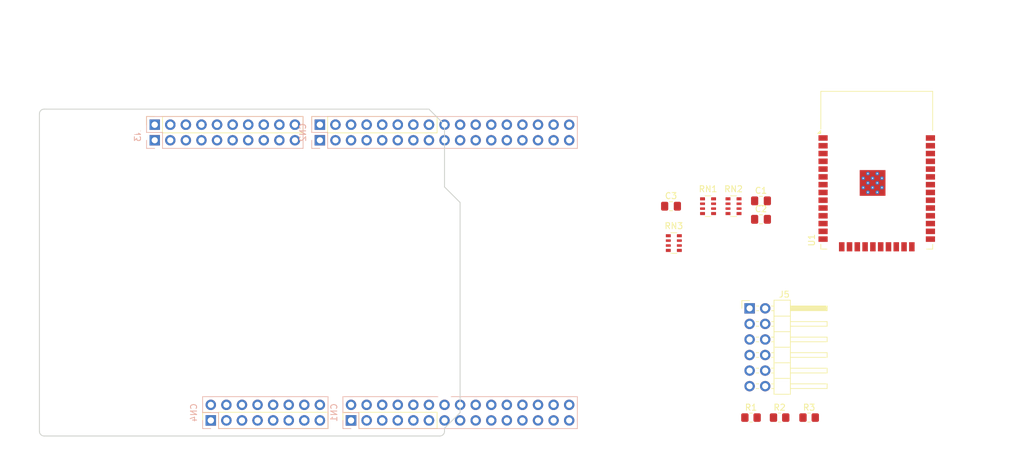
<source format=kicad_pcb>
(kicad_pcb (version 20241229) (generator "pcbnew") (generator_version "9.0")
  (title_block (date "mar. 31 mars 2015"))
  (layers (0 "F.Cu" signal) (2 "B.Cu" signal) (13 "F.Paste" user) (15 "B.Paste" user) (5 "F.SilkS" user "F.Silkscreen") (7 "B.SilkS" user "B.Silkscreen") (1 "F.Mask" user) (3 "B.Mask" user) (25 "Edge.Cuts" user))
  (net 0 "")
  (net 1 "GND")
  (net 3 "+5V")
  (net 4 "/D11")
  (net 5 "/A0")
  (net 6 "/A1")
  (net 7 "/A2")
  (net 8 "/A3")
  (net 9 "/SCL")
  (net 10 "/D12")
  (net 11 "/D13")
  (net 12 "/D10")
  (net 13 "/AREF")
  (net 14 "/SDA")
  (net 15 "/D8")
  (net 16 "/D9")
  (net 17 "/A5")
  (net 18 "/A4")
  (net 19 "/D2")
  (net 20 "/TX{slash}D1")
  (net 21 "/D7")
  (net 22 "/D3")
  (net 23 "/RX{slash}D0")
  (net 24 "/D6")
  (net 25 "/D4")
  (net 26 "+3V3")
  (net 27 "VCC")
  (net 28 "/~{RESET}")
  (net 29 "/D5")
  (net 30 "/CTS{slash}SCK")
  (net 31 "/RTS{slash}SS")
  (net 33 "/TXD")
  (net 34 "/TXD{slash}MISO")
  (net 36 "/RXD{slash}MOSI")
  (net 37 "/RXD")
  (net 38 "/MOSI")
  (net 39 "/MISO")
  (net 40 "/SCK")
  (net 41 "/SS")
  (net 46 "/SELECT")
  (net 48 "/EN")
  (net 50 "/RTS")
  (net 54 "/INT")
  (net 56 "/IO0")
  (net 59 "/TXD0")
  (net 61 "/RXD0")
  (net 64 "/CTS")
  (net 66 "/LD0")
  (net 68 "/GPIO")
  (net 70 "/SD_DAT2")
  (net 71 "/SD_DAT3")
  (net 72 "/SD_DAT1")
  (net 73 "/SD_DAT0")
  (footprint "Connector_PinSocket_2.54mm:PinSocket_1x08_P2.54mm_Vertical" (layer "F.Cu") (at 127.94 97.46 90)
    (property "Reference" "J1" (hide yes))
    (property "Value" "Power")
    (fp_line (start 1.33 -1.33) (end 1.33 0) (stroke (width 0.12)) (layer "F.SilkS"))
    (fp_line (start 0 -1.33) (end 1.33 -1.33) (stroke (width 0.12)) (layer "F.SilkS"))
    (fp_line (start 1.33 1.27) (end 1.33 19.11) (stroke (width 0.12)) (layer "F.SilkS"))
    (fp_line (start -1.33 1.27) (end 1.33 1.27) (stroke (width 0.12)) (layer "F.SilkS"))
    (fp_line (start -1.33 1.27) (end -1.33 19.11) (stroke (width 0.12)) (layer "F.SilkS"))
    (fp_line (start -1.33 19.11) (end 1.33 19.11) (stroke (width 0.12)) (layer "F.SilkS"))
    (pad "1" thru_hole rect (at 0 0 90) (size 1.7 1.7) (drill 1) (layers "*.Cu" "*.Mask"))
    (pad "2" thru_hole oval (at 0 2.54 90) (size 1.7 1.7) (drill 1) (layers "*.Cu" "*.Mask") (net 26 "+3V3"))
    (pad "3" thru_hole oval (at 0 5.08 90) (size 1.7 1.7) (drill 1) (layers "*.Cu" "*.Mask") (net 28 "/~{RESET}"))
    (pad "4" thru_hole oval (at 0 7.62 90) (size 1.7 1.7) (drill 1) (layers "*.Cu" "*.Mask") (net 26 "+3V3"))
    (pad "5" thru_hole oval (at 0 10.16 90) (size 1.7 1.7) (drill 1) (layers "*.Cu" "*.Mask") (net 3 "+5V"))
    (pad "6" thru_hole oval (at 0 12.7 90) (size 1.7 1.7) (drill 1) (layers "*.Cu" "*.Mask") (net 1 "GND"))
    (pad "7" thru_hole oval (at 0 15.24 90) (size 1.7 1.7) (drill 1) (layers "*.Cu" "*.Mask") (net 1 "GND"))
    (pad "8" thru_hole oval (at 0 17.78 90) (size 1.7 1.7) (drill 1) (layers "*.Cu" "*.Mask") (net 27 "VCC"))
  )
  (footprint "Connector_PinSocket_2.54mm:PinSocket_1x06_P2.54mm_Vertical" (layer "F.Cu") (at 150.8 97.46 90)
    (property "Reference" "J3" (hide yes))
    (property "Value" "Analog")
    (fp_line (start 1.33 -1.33) (end 1.33 0) (stroke (width 0.12)) (layer "F.SilkS"))
    (fp_line (start 0 -1.33) (end 1.33 -1.33) (stroke (width 0.12)) (layer "F.SilkS"))
    (fp_line (start 1.33 1.27) (end 1.33 14.03) (stroke (width 0.12)) (layer "F.SilkS"))
    (fp_line (start -1.33 1.27) (end 1.33 1.27) (stroke (width 0.12)) (layer "F.SilkS"))
    (fp_line (start -1.33 1.27) (end -1.33 14.03) (stroke (width 0.12)) (layer "F.SilkS"))
    (fp_line (start -1.33 14.03) (end 1.33 14.03) (stroke (width 0.12)) (layer "F.SilkS"))
    (pad "1" thru_hole rect (at 0 0 90) (size 1.7 1.7) (drill 1) (layers "*.Cu" "*.Mask") (net 5 "/A0"))
    (pad "2" thru_hole oval (at 0 2.54 90) (size 1.7 1.7) (drill 1) (layers "*.Cu" "*.Mask") (net 6 "/A1"))
    (pad "3" thru_hole oval (at 0 5.08 90) (size 1.7 1.7) (drill 1) (layers "*.Cu" "*.Mask") (net 7 "/A2"))
    (pad "4" thru_hole oval (at 0 7.62 90) (size 1.7 1.7) (drill 1) (layers "*.Cu" "*.Mask") (net 8 "/A3"))
    (pad "5" thru_hole oval (at 0 10.16 90) (size 1.7 1.7) (drill 1) (layers "*.Cu" "*.Mask") (net 18 "/A4"))
    (pad "6" thru_hole oval (at 0 12.7 90) (size 1.7 1.7) (drill 1) (layers "*.Cu" "*.Mask") (net 17 "/A5"))
  )
  (footprint "Connector_PinSocket_2.54mm:PinSocket_1x10_P2.54mm_Vertical" (layer "F.Cu") (at 118.796 49.2 90)
    (property "Reference" "J2" (hide yes))
    (property "Value" "Digital/PWM")
    (fp_line (start 1.33 -1.33) (end 1.33 0) (stroke (width 0.12)) (layer "F.SilkS"))
    (fp_line (start 0 -1.33) (end 1.33 -1.33) (stroke (width 0.12)) (layer "F.SilkS"))
    (fp_line (start 1.33 1.27) (end 1.33 24.19) (stroke (width 0.12)) (layer "F.SilkS"))
    (fp_line (start -1.33 1.27) (end 1.33 1.27) (stroke (width 0.12)) (layer "F.SilkS"))
    (fp_line (start -1.33 1.27) (end -1.33 24.19) (stroke (width 0.12)) (layer "F.SilkS"))
    (fp_line (start -1.33 24.19) (end 1.33 24.19) (stroke (width 0.12)) (layer "F.SilkS"))
    (pad "1" thru_hole rect (at 0 0 90) (size 1.7 1.7) (drill 1) (layers "*.Cu" "*.Mask") (net 9 "/SCL"))
    (pad "2" thru_hole oval (at 0 2.54 90) (size 1.7 1.7) (drill 1) (layers "*.Cu" "*.Mask") (net 14 "/SDA"))
    (pad "3" thru_hole oval (at 0 5.08 90) (size 1.7 1.7) (drill 1) (layers "*.Cu" "*.Mask") (net 13 "/AREF"))
    (pad "4" thru_hole oval (at 0 7.62 90) (size 1.7 1.7) (drill 1) (layers "*.Cu" "*.Mask") (net 1 "GND"))
    (pad "5" thru_hole oval (at 0 10.16 90) (size 1.7 1.7) (drill 1) (layers "*.Cu" "*.Mask") (net 11 "/D13"))
    (pad "6" thru_hole oval (at 0 12.7 90) (size 1.7 1.7) (drill 1) (layers "*.Cu" "*.Mask") (net 10 "/D12"))
    (pad "7" thru_hole oval (at 0 15.24 90) (size 1.7 1.7) (drill 1) (layers "*.Cu" "*.Mask") (net 4 "/D11"))
    (pad "8" thru_hole oval (at 0 17.78 90) (size 1.7 1.7) (drill 1) (layers "*.Cu" "*.Mask") (net 12 "/D10"))
    (pad "9" thru_hole oval (at 0 20.32 90) (size 1.7 1.7) (drill 1) (layers "*.Cu" "*.Mask") (net 16 "/D9"))
    (pad "10" thru_hole oval (at 0 22.86 90) (size 1.7 1.7) (drill 1) (layers "*.Cu" "*.Mask") (net 15 "/D8"))
  )
  (footprint "Connector_PinSocket_2.54mm:PinSocket_1x08_P2.54mm_Vertical" (layer "F.Cu") (at 145.72 49.2 90)
    (property "Reference" "J4" (hide yes))
    (property "Value" "Digital/PWM")
    (fp_line (start 1.33 -1.33) (end 1.33 0) (stroke (width 0.12)) (layer "F.SilkS"))
    (fp_line (start 0 -1.33) (end 1.33 -1.33) (stroke (width 0.12)) (layer "F.SilkS"))
    (fp_line (start 1.33 1.27) (end 1.33 19.11) (stroke (width 0.12)) (layer "F.SilkS"))
    (fp_line (start -1.33 1.27) (end 1.33 1.27) (stroke (width 0.12)) (layer "F.SilkS"))
    (fp_line (start -1.33 1.27) (end -1.33 19.11) (stroke (width 0.12)) (layer "F.SilkS"))
    (fp_line (start -1.33 19.11) (end 1.33 19.11) (stroke (width 0.12)) (layer "F.SilkS"))
    (pad "1" thru_hole rect (at 0 0 90) (size 1.7 1.7) (drill 1) (layers "*.Cu" "*.Mask") (net 21 "/D7"))
    (pad "2" thru_hole oval (at 0 2.54 90) (size 1.7 1.7) (drill 1) (layers "*.Cu" "*.Mask") (net 24 "/D6"))
    (pad "3" thru_hole oval (at 0 5.08 90) (size 1.7 1.7) (drill 1) (layers "*.Cu" "*.Mask") (net 29 "/D5"))
    (pad "4" thru_hole oval (at 0 7.62 90) (size 1.7 1.7) (drill 1) (layers "*.Cu" "*.Mask") (net 25 "/D4"))
    (pad "5" thru_hole oval (at 0 10.16 90) (size 1.7 1.7) (drill 1) (layers "*.Cu" "*.Mask") (net 22 "/D3"))
    (pad "6" thru_hole oval (at 0 12.7 90) (size 1.7 1.7) (drill 1) (layers "*.Cu" "*.Mask") (net 19 "/D2"))
    (pad "7" thru_hole oval (at 0 15.24 90) (size 1.7 1.7) (drill 1) (layers "*.Cu" "*.Mask") (net 20 "/TX{slash}D1"))
    (pad "8" thru_hole oval (at 0 17.78 90) (size 1.7 1.7) (drill 1) (layers "*.Cu" "*.Mask") (net 23 "/RX{slash}D0"))
  )
  (footprint "Resistor_SMD:R_0805_2012Metric_Pad1.20x1.40mm_HandSolder" (layer "F.Cu") (at 225.475 97)
    (property "Reference" "R3" (at 0 -1.65 0) (layer "F.SilkS"))
    (property "Value" "1k")
    (fp_line (start -0.227064 -0.735) (end 0.227064 -0.735) (stroke (width 0.12)) (layer "F.SilkS"))
    (fp_line (start -0.227064 0.735) (end 0.227064 0.735) (stroke (width 0.12)) (layer "F.SilkS"))
    (pad "1" smd roundrect (at -1 0) (size 1.2 1.4) (layers "F.Cu" "F.Mask" "F.Paste") (roundrect_rratio 0.208333) (net 56 "/IO0"))
    (pad "2" smd roundrect (at 1 0) (size 1.2 1.4) (layers "F.Cu" "F.Mask" "F.Paste") (roundrect_rratio 0.208333) (net 1 "GND"))
  )
  (footprint "Resistor_SMD:R_0805_2012Metric_Pad1.20x1.40mm_HandSolder" (layer "F.Cu") (at 216 97)
    (property "Reference" "R1" (at 0 -1.65 0) (layer "F.SilkS"))
    (property "Value" "10k")
    (fp_line (start -0.227064 -0.735) (end 0.227064 -0.735) (stroke (width 0.12)) (layer "F.SilkS"))
    (fp_line (start -0.227064 0.735) (end 0.227064 0.735) (stroke (width 0.12)) (layer "F.SilkS"))
    (pad "1" smd roundrect (at -1 0) (size 1.2 1.4) (layers "F.Cu" "F.Mask" "F.Paste") (roundrect_rratio 0.208333) (net 26 "+3V3"))
    (pad "2" smd roundrect (at 1 0) (size 1.2 1.4) (layers "F.Cu" "F.Mask" "F.Paste") (roundrect_rratio 0.208333) (net 48 "/EN"))
  )
  (footprint "RF_Module:ESP32-WROOM-32" (layer "F.Cu") (at 236.5 59.615)
    (property "Reference" "U1" (at -10.61 8.43 90) (layer "F.SilkS"))
    (property "Value" "ESP32-WROOM-32")
    (fp_line (start -9.12 -15.86) (end -9.12 -9.7) (stroke (width 0.12)) (layer "F.SilkS"))
    (fp_line (start -9.12 -15.86) (end 9.12 -15.86) (stroke (width 0.12)) (layer "F.SilkS"))
    (fp_line (start -9.12 9.1) (end -9.12 9.88) (stroke (width 0.12)) (layer "F.SilkS"))
    (fp_line (start -9.12 9.88) (end -8.12 9.88) (stroke (width 0.12)) (layer "F.SilkS"))
    (fp_line (start 9.12 -15.86) (end 9.12 -9.445) (stroke (width 0.12)) (layer "F.SilkS"))
    (fp_line (start 9.12 9.1) (end 9.12 9.88) (stroke (width 0.12)) (layer "F.SilkS"))
    (fp_line (start 9.12 9.88) (end 8.12 9.88) (stroke (width 0.12)) (layer "F.SilkS"))
    (fp_poly (pts (xy -9.125 -8.975) (xy -9.625 -8.975) (xy -9.125 -9.475) (xy -9.125 -8.975)) (stroke (width 0.12)) (fill yes) (layer "F.SilkS"))
    (pad "1" smd rect (at -8.75 -8.25) (size 1.5 0.9) (layers "F.Cu" "F.Mask" "F.Paste") (net 1 "GND"))
    (pad "2" smd rect (at -8.75 -6.98) (size 1.5 0.9) (layers "F.Cu" "F.Mask" "F.Paste") (net 26 "+3V3"))
    (pad "3" smd rect (at -8.75 -5.71) (size 1.5 0.9) (layers "F.Cu" "F.Mask" "F.Paste") (net 48 "/EN"))
    (pad "4" smd rect (at -8.75 -4.44) (size 1.5 0.9) (layers "F.Cu" "F.Mask" "F.Paste"))
    (pad "5" smd rect (at -8.75 -3.17) (size 1.5 0.9) (layers "F.Cu" "F.Mask" "F.Paste"))
    (pad "6" smd rect (at -8.75 -1.9) (size 1.5 0.9) (layers "F.Cu" "F.Mask" "F.Paste"))
    (pad "7" smd rect (at -8.75 -0.63) (size 1.5 0.9) (layers "F.Cu" "F.Mask" "F.Paste"))
    (pad "8" smd rect (at -8.75 0.64) (size 1.5 0.9) (layers "F.Cu" "F.Mask" "F.Paste") (net 68 "/GPIO"))
    (pad "9" smd rect (at -8.75 1.91) (size 1.5 0.9) (layers "F.Cu" "F.Mask" "F.Paste"))
    (pad "10" smd rect (at -8.75 3.18) (size 1.5 0.9) (layers "F.Cu" "F.Mask" "F.Paste"))
    (pad "11" smd rect (at -8.75 4.45) (size 1.5 0.9) (layers "F.Cu" "F.Mask" "F.Paste") (net 46 "/SELECT"))
    (pad "12" smd rect (at -8.75 5.72) (size 1.5 0.9) (layers "F.Cu" "F.Mask" "F.Paste"))
    (pad "13" smd rect (at -8.75 6.99) (size 1.5 0.9) (layers "F.Cu" "F.Mask" "F.Paste") (net 50 "/RTS"))
    (pad "14" smd rect (at -8.75 8.26) (size 1.5 0.9) (layers "F.Cu" "F.Mask" "F.Paste") (net 66 "/LD0"))
    (pad "15" smd rect (at -5.71 9.51 90) (size 1.5 0.9) (layers "F.Cu" "F.Mask" "F.Paste") (net 1 "GND"))
    (pad "16" smd rect (at -4.44 9.51 90) (size 1.5 0.9) (layers "F.Cu" "F.Mask" "F.Paste"))
    (pad "17" smd rect (at -3.17 9.51 90) (size 1.5 0.9) (layers "F.Cu" "F.Mask" "F.Paste"))
    (pad "18" smd rect (at -1.9 9.51 90) (size 1.5 0.9) (layers "F.Cu" "F.Mask" "F.Paste"))
    (pad "19" smd rect (at -0.63 9.51 90) (size 1.5 0.9) (layers "F.Cu" "F.Mask" "F.Paste"))
    (pad "20" smd rect (at 0.64 9.51 90) (size 1.5 0.9) (layers "F.Cu" "F.Mask" "F.Paste"))
    (pad "21" smd rect (at 1.91 9.51 90) (size 1.5 0.9) (layers "F.Cu" "F.Mask" "F.Paste"))
    (pad "22" smd rect (at 3.18 9.51 90) (size 1.5 0.9) (layers "F.Cu" "F.Mask" "F.Paste"))
    (pad "23" smd rect (at 4.45 9.51 90) (size 1.5 0.9) (layers "F.Cu" "F.Mask" "F.Paste") (net 64 "/CTS"))
    (pad "24" smd rect (at 5.72 9.51 90) (size 1.5 0.9) (layers "F.Cu" "F.Mask" "F.Paste") (net 54 "/INT"))
    (pad "25" smd rect (at 8.75 8.26) (size 1.5 0.9) (layers "F.Cu" "F.Mask" "F.Paste") (net 56 "/IO0"))
    (pad "26" smd rect (at 8.75 6.99) (size 1.5 0.9) (layers "F.Cu" "F.Mask" "F.Paste"))
    (pad "27" smd rect (at 8.75 5.72) (size 1.5 0.9) (layers "F.Cu" "F.Mask" "F.Paste") (net 37 "/RXD"))
    (pad "28" smd rect (at 8.75 4.45) (size 1.5 0.9) (layers "F.Cu" "F.Mask" "F.Paste") (net 33 "/TXD"))
    (pad "29" smd rect (at 8.75 3.18) (size 1.5 0.9) (layers "F.Cu" "F.Mask" "F.Paste") (net 41 "/SS"))
    (pad "30" smd rect (at 8.75 1.91) (size 1.5 0.9) (layers "F.Cu" "F.Mask" "F.Paste") (net 40 "/SCK"))
    (pad "31" smd rect (at 8.75 0.64) (size 1.5 0.9) (layers "F.Cu" "F.Mask" "F.Paste") (net 39 "/MISO"))
    (pad "32" smd rect (at 8.75 -0.63) (size 1.5 0.9) (layers "F.Cu" "F.Mask" "F.Paste"))
    (pad "33" smd rect (at 8.75 -1.9) (size 1.5 0.9) (layers "F.Cu" "F.Mask" "F.Paste"))
    (pad "34" smd rect (at 8.75 -3.17) (size 1.5 0.9) (layers "F.Cu" "F.Mask" "F.Paste") (net 61 "/RXD0"))
    (pad "35" smd rect (at 8.75 -4.44) (size 1.5 0.9) (layers "F.Cu" "F.Mask" "F.Paste") (net 59 "/TXD0"))
    (pad "36" smd rect (at 8.75 -5.71) (size 1.5 0.9) (layers "F.Cu" "F.Mask" "F.Paste"))
    (pad "37" smd rect (at 8.75 -6.98) (size 1.5 0.9) (layers "F.Cu" "F.Mask" "F.Paste") (net 38 "/MOSI"))
    (pad "38" smd rect (at 8.75 -8.25) (size 1.5 0.9) (layers "F.Cu" "F.Mask" "F.Paste") (net 1 "GND"))
    (pad "39" smd rect (at -2.205 -2.435) (size 1.05 1.05) (layers "F.Cu" "F.Paste") (net 1 "GND"))
    (pad "39" thru_hole circle (at -2.205 -1.6725) (size 0.6 0.6) (drill 0.2) (property pad_prop_heatsink) (layers "*.Cu" "F.Mask") (net 1 "GND"))
    (pad "39" smd rect (at -2.205 -0.91) (size 1.05 1.05) (layers "F.Cu" "F.Paste") (net 1 "GND"))
    (pad "39" thru_hole circle (at -2.205 -0.1475) (size 0.6 0.6) (drill 0.2) (property pad_prop_heatsink) (layers "*.Cu" "F.Mask") (net 1 "GND"))
    (pad "39" smd rect (at -2.205 0.615) (size 1.05 1.05) (layers "F.Cu" "F.Paste") (net 1 "GND"))
    (pad "39" thru_hole circle (at -1.4425 -2.435) (size 0.6 0.6) (drill 0.2) (property pad_prop_heatsink) (layers "*.Cu" "F.Mask") (net 1 "GND"))
    (pad "39" thru_hole circle (at -1.4425 -0.91) (size 0.6 0.6) (drill 0.2) (property pad_prop_heatsink) (layers "*.Cu" "F.Mask") (net 1 "GND"))
    (pad "39" thru_hole circle (at -1.4425 0.615) (size 0.6 0.6) (drill 0.2) (property pad_prop_heatsink) (layers "*.Cu" "F.Mask") (net 1 "GND"))
    (pad "39" smd rect (at -0.68 -2.435) (size 1.05 1.05) (layers "F.Cu" "F.Paste") (net 1 "GND"))
    (pad "39" thru_hole circle (at -0.68 -1.6725) (size 0.6 0.6) (drill 0.2) (property pad_prop_heatsink) (layers "*.Cu" "F.Mask") (net 1 "GND"))
    (pad "39" smd rect (at -0.68 -0.91) (size 1.05 1.05) (layers "F.Cu" "F.Paste") (net 1 "GND"))
    (pad "39" smd rect (at -0.68 -0.91) (size 4.2 4.2) (property pad_prop_heatsink) (layers "F.Cu" "F.Mask") (net 1 "GND"))
    (pad "39" thru_hole circle (at -0.68 -0.1475) (size 0.6 0.6) (drill 0.2) (property pad_prop_heatsink) (layers "*.Cu" "F.Mask") (net 1 "GND"))
    (pad "39" smd rect (at -0.68 0.615) (size 1.05 1.05) (layers "F.Cu" "F.Paste") (net 1 "GND"))
    (pad "39" thru_hole circle (at 0.0825 -2.435) (size 0.6 0.6) (drill 0.2) (property pad_prop_heatsink) (layers "*.Cu" "F.Mask") (net 1 "GND"))
    (pad "39" thru_hole circle (at 0.0825 -0.91) (size 0.6 0.6) (drill 0.2) (property pad_prop_heatsink) (layers "*.Cu" "F.Mask") (net 1 "GND"))
    (pad "39" thru_hole circle (at 0.0825 0.615) (size 0.6 0.6) (drill 0.2) (property pad_prop_heatsink) (layers "*.Cu" "F.Mask") (net 1 "GND"))
    (pad "39" smd rect (at 0.845 -2.435) (size 1.05 1.05) (layers "F.Cu" "F.Paste") (net 1 "GND"))
    (pad "39" thru_hole circle (at 0.845 -1.6725) (size 0.6 0.6) (drill 0.2) (property pad_prop_heatsink) (layers "*.Cu" "F.Mask") (net 1 "GND"))
    (pad "39" smd rect (at 0.845 -0.91) (size 1.05 1.05) (layers "F.Cu" "F.Paste") (net 1 "GND"))
    (pad "39" thru_hole circle (at 0.845 -0.1475) (size 0.6 0.6) (drill 0.2) (property pad_prop_heatsink) (layers "*.Cu" "F.Mask") (net 1 "GND"))
    (pad "39" smd rect (at 0.845 0.615) (size 1.05 1.05) (layers "F.Cu" "F.Paste") (net 1 "GND"))
  )
  (footprint "Capacitor_SMD:C_0805_2012Metric_Pad1.18x1.45mm_HandSolder" (layer "F.Cu") (at 202.9625 62.5)
    (property "Reference" "C3" (at 0 -1.68 0) (layer "F.SilkS"))
    (property "Value" "100n")
    (fp_line (start -0.261252 -0.735) (end 0.261252 -0.735) (stroke (width 0.12)) (layer "F.SilkS"))
    (fp_line (start -0.261252 0.735) (end 0.261252 0.735) (stroke (width 0.12)) (layer "F.SilkS"))
    (pad "1" smd roundrect (at -1.0375 0) (size 1.175 1.45) (layers "F.Cu" "F.Mask" "F.Paste") (roundrect_rratio 0.212766) (net 26 "+3V3"))
    (pad "2" smd roundrect (at 1.0375 0) (size 1.175 1.45) (layers "F.Cu" "F.Mask" "F.Paste") (roundrect_rratio 0.212766) (net 1 "GND"))
  )
  (footprint "Resistor_SMD:R_0805_2012Metric_Pad1.20x1.40mm_HandSolder" (layer "F.Cu") (at 220.665 97)
    (property "Reference" "R2" (at 0 -1.65 0) (layer "F.SilkS"))
    (property "Value" "20k")
    (fp_line (start -0.227064 -0.735) (end 0.227064 -0.735) (stroke (width 0.12)) (layer "F.SilkS"))
    (fp_line (start -0.227064 0.735) (end 0.227064 0.735) (stroke (width 0.12)) (layer "F.SilkS"))
    (pad "1" smd roundrect (at -1 0) (size 1.2 1.4) (layers "F.Cu" "F.Mask" "F.Paste") (roundrect_rratio 0.208333) (net 26 "+3V3"))
    (pad "2" smd roundrect (at 1 0) (size 1.2 1.4) (layers "F.Cu" "F.Mask" "F.Paste") (roundrect_rratio 0.208333) (net 56 "/IO0"))
  )
  (footprint "Resistor_SMD:R_Array_Convex_4x0603" (layer "F.Cu") (at 209 62.5)
    (property "Reference" "RN1" (at 0 -2.8 0) (layer "F.SilkS"))
    (property "Value" "np_0R")
    (fp_line (start 0.5 -1.68) (end -0.5 -1.68) (stroke (width 0.12)) (layer "F.SilkS"))
    (fp_line (start 0.5 1.68) (end -0.5 1.68) (stroke (width 0.12)) (layer "F.SilkS"))
    (pad "1" smd rect (at -0.9 -1.2) (size 0.8 0.5) (layers "F.Cu" "F.Mask" "F.Paste") (net 30 "/CTS{slash}SCK"))
    (pad "2" smd rect (at -0.9 -0.4) (size 0.8 0.4) (layers "F.Cu" "F.Mask" "F.Paste") (net 34 "/TXD{slash}MISO"))
    (pad "3" smd rect (at -0.9 0.4) (size 0.8 0.4) (layers "F.Cu" "F.Mask" "F.Paste") (net 36 "/RXD{slash}MOSI"))
    (pad "4" smd rect (at -0.9 1.2) (size 0.8 0.5) (layers "F.Cu" "F.Mask" "F.Paste") (net 31 "/RTS{slash}SS"))
    (pad "5" smd rect (at 0.9 1.2) (size 0.8 0.5) (layers "F.Cu" "F.Mask" "F.Paste"))
    (pad "6" smd rect (at 0.9 0.4) (size 0.8 0.4) (layers "F.Cu" "F.Mask" "F.Paste") (net 37 "/RXD"))
    (pad "7" smd rect (at 0.9 -0.4) (size 0.8 0.4) (layers "F.Cu" "F.Mask" "F.Paste") (net 33 "/TXD"))
    (pad "8" smd rect (at 0.9 -1.2) (size 0.8 0.5) (layers "F.Cu" "F.Mask" "F.Paste"))
  )
  (footprint "Resistor_SMD:R_Array_Convex_4x0603" (layer "F.Cu") (at 213.15 62.5)
    (property "Reference" "RN2" (at 0 -2.8 0) (layer "F.SilkS"))
    (property "Value" "0R")
    (fp_line (start 0.5 -1.68) (end -0.5 -1.68) (stroke (width 0.12)) (layer "F.SilkS"))
    (fp_line (start 0.5 1.68) (end -0.5 1.68) (stroke (width 0.12)) (layer "F.SilkS"))
    (pad "1" smd rect (at -0.9 -1.2) (size 0.8 0.5) (layers "F.Cu" "F.Mask" "F.Paste") (net 30 "/CTS{slash}SCK"))
    (pad "2" smd rect (at -0.9 -0.4) (size 0.8 0.4) (layers "F.Cu" "F.Mask" "F.Paste") (net 34 "/TXD{slash}MISO"))
    (pad "3" smd rect (at -0.9 0.4) (size 0.8 0.4) (layers "F.Cu" "F.Mask" "F.Paste") (net 36 "/RXD{slash}MOSI"))
    (pad "4" smd rect (at -0.9 1.2) (size 0.8 0.5) (layers "F.Cu" "F.Mask" "F.Paste") (net 31 "/RTS{slash}SS"))
    (pad "5" smd rect (at 0.9 1.2) (size 0.8 0.5) (layers "F.Cu" "F.Mask" "F.Paste") (net 41 "/SS"))
    (pad "6" smd rect (at 0.9 0.4) (size 0.8 0.4) (layers "F.Cu" "F.Mask" "F.Paste") (net 38 "/MOSI"))
    (pad "7" smd rect (at 0.9 -0.4) (size 0.8 0.4) (layers "F.Cu" "F.Mask" "F.Paste") (net 39 "/MISO"))
    (pad "8" smd rect (at 0.9 -1.2) (size 0.8 0.5) (layers "F.Cu" "F.Mask" "F.Paste") (net 40 "/SCK"))
  )
  (footprint "Arduino_MountingHole:MountingHole_3.2mm" (layer "F.Cu") (at 115.24 49.2)
    (property "Reference" "MH1" (hide yes))
    (property "Value" "MountingHole_3.2mm" (hide yes))
    (pad "" np_thru_hole circle (at 0 0) (size 3.2 3.2) (drill 3.2) (layers "*.Cu" "*.Mask"))
  )
  (footprint "Capacitor_SMD:C_0805_2012Metric_Pad1.18x1.45mm_HandSolder" (layer "F.Cu") (at 217.63 64.64)
    (property "Reference" "C2" (at 0 -1.68 0) (layer "F.SilkS"))
    (property "Value" "10u")
    (fp_line (start -0.261252 -0.735) (end 0.261252 -0.735) (stroke (width 0.12)) (layer "F.SilkS"))
    (fp_line (start -0.261252 0.735) (end 0.261252 0.735) (stroke (width 0.12)) (layer "F.SilkS"))
    (pad "1" smd roundrect (at -1.0375 0) (size 1.175 1.45) (layers "F.Cu" "F.Mask" "F.Paste") (roundrect_rratio 0.212766) (net 26 "+3V3"))
    (pad "2" smd roundrect (at 1.0375 0) (size 1.175 1.45) (layers "F.Cu" "F.Mask" "F.Paste") (roundrect_rratio 0.212766) (net 1 "GND"))
  )
  (footprint "Capacitor_SMD:C_0805_2012Metric_Pad1.18x1.45mm_HandSolder" (layer "F.Cu") (at 217.63 61.63)
    (property "Reference" "C1" (at 0 -1.68 0) (layer "F.SilkS"))
    (property "Value" "100n")
    (fp_line (start -0.261252 -0.735) (end 0.261252 -0.735) (stroke (width 0.12)) (layer "F.SilkS"))
    (fp_line (start -0.261252 0.735) (end 0.261252 0.735) (stroke (width 0.12)) (layer "F.SilkS"))
    (pad "1" smd roundrect (at -1.0375 0) (size 1.175 1.45) (layers "F.Cu" "F.Mask" "F.Paste") (roundrect_rratio 0.212766) (net 26 "+3V3"))
    (pad "2" smd roundrect (at 1.0375 0) (size 1.175 1.45) (layers "F.Cu" "F.Mask" "F.Paste") (roundrect_rratio 0.212766) (net 1 "GND"))
  )
  (footprint "Connector_PinHeader_2.54mm:PinHeader_2x06_P2.54mm_Horizontal" (layer "F.Cu") (at 215.775 79.17)
    (property "Reference" "J5" (at 5.655 -2.27 0) (layer "F.SilkS"))
    (property "Value" "Conn_02x06_Top_Bottom")
    (fp_line (start -1.27 -1.27) (end 0 -1.27) (stroke (width 0.12)) (layer "F.SilkS"))
    (fp_line (start -1.27 0) (end -1.27 -1.27) (stroke (width 0.12)) (layer "F.SilkS"))
    (fp_line (start 1.042929 2.16) (end 1.497071 2.16) (stroke (width 0.12)) (layer "F.SilkS"))
    (fp_line (start 1.042929 2.92) (end 1.497071 2.92) (stroke (width 0.12)) (layer "F.SilkS"))
    (fp_line (start 1.042929 4.7) (end 1.497071 4.7) (stroke (width 0.12)) (layer "F.SilkS"))
    (fp_line (start 1.042929 5.46) (end 1.497071 5.46) (stroke (width 0.12)) (layer "F.SilkS"))
    (fp_line (start 1.042929 7.24) (end 1.497071 7.24) (stroke (width 0.12)) (layer "F.SilkS"))
    (fp_line (start 1.042929 8) (end 1.497071 8) (stroke (width 0.12)) (layer "F.SilkS"))
    (fp_line (start 1.042929 9.78) (end 1.497071 9.78) (stroke (width 0.12)) (layer "F.SilkS"))
    (fp_line (start 1.042929 10.54) (end 1.497071 10.54) (stroke (width 0.12)) (layer "F.SilkS"))
    (fp_line (start 1.042929 12.32) (end 1.497071 12.32) (stroke (width 0.12)) (layer "F.SilkS"))
    (fp_line (start 1.042929 13.08) (end 1.497071 13.08) (stroke (width 0.12)) (layer "F.SilkS"))
    (fp_line (start 1.11 -0.38) (end 1.497071 -0.38) (stroke (width 0.12)) (layer "F.SilkS"))
    (fp_line (start 1.11 0.38) (end 1.497071 0.38) (stroke (width 0.12)) (layer "F.SilkS"))
    (fp_line (start 3.582929 -0.38) (end 3.98 -0.38) (stroke (width 0.12)) (layer "F.SilkS"))
    (fp_line (start 3.582929 0.38) (end 3.98 0.38) (stroke (width 0.12)) (layer "F.SilkS"))
    (fp_line (start 3.582929 2.16) (end 3.98 2.16) (stroke (width 0.12)) (layer "F.SilkS"))
    (fp_line (start 3.582929 2.92) (end 3.98 2.92) (stroke (width 0.12)) (layer "F.SilkS"))
    (fp_line (start 3.582929 4.7) (end 3.98 4.7) (stroke (width 0.12)) (layer "F.SilkS"))
    (fp_line (start 3.582929 5.46) (end 3.98 5.46) (stroke (width 0.12)) (layer "F.SilkS"))
    (fp_line (start 3.582929 7.24) (end 3.98 7.24) (stroke (width 0.12)) (layer "F.SilkS"))
    (fp_line (start 3.582929 8) (end 3.98 8) (stroke (width 0.12)) (layer "F.SilkS"))
    (fp_line (start 3.582929 9.78) (end 3.98 9.78) (stroke (width 0.12)) (layer "F.SilkS"))
    (fp_line (start 3.582929 10.54) (end 3.98 10.54) (stroke (width 0.12)) (layer "F.SilkS"))
    (fp_line (start 3.582929 12.32) (end 3.98 12.32) (stroke (width 0.12)) (layer "F.SilkS"))
    (fp_line (start 3.582929 13.08) (end 3.98 13.08) (stroke (width 0.12)) (layer "F.SilkS"))
    (fp_line (start 3.98 -1.33) (end 3.98 14.03) (stroke (width 0.12)) (layer "F.SilkS"))
    (fp_line (start 3.98 1.27) (end 6.64 1.27) (stroke (width 0.12)) (layer "F.SilkS"))
    (fp_line (start 3.98 3.81) (end 6.64 3.81) (stroke (width 0.12)) (layer "F.SilkS"))
    (fp_line (start 3.98 6.35) (end 6.64 6.35) (stroke (width 0.12)) (layer "F.SilkS"))
    (fp_line (start 3.98 8.89) (end 6.64 8.89) (stroke (width 0.12)) (layer "F.SilkS"))
    (fp_line (start 3.98 11.43) (end 6.64 11.43) (stroke (width 0.12)) (layer "F.SilkS"))
    (fp_line (start 3.98 14.03) (end 6.64 14.03) (stroke (width 0.12)) (layer "F.SilkS"))
    (fp_line (start 6.64 -1.33) (end 3.98 -1.33) (stroke (width 0.12)) (layer "F.SilkS"))
    (fp_line (start 6.64 -0.38) (end 12.64 -0.38) (stroke (width 0.12)) (layer "F.SilkS"))
    (fp_line (start 6.64 -0.32) (end 12.64 -0.32) (stroke (width 0.12)) (layer "F.SilkS"))
    (fp_line (start 6.64 -0.2) (end 12.64 -0.2) (stroke (width 0.12)) (layer "F.SilkS"))
    (fp_line (start 6.64 -0.08) (end 12.64 -0.08) (stroke (width 0.12)) (layer "F.SilkS"))
    (fp_line (start 6.64 0.04) (end 12.64 0.04) (stroke (width 0.12)) (layer "F.SilkS"))
    (fp_line (start 6.64 0.16) (end 12.64 0.16) (stroke (width 0.12)) (layer "F.SilkS"))
    (fp_line (start 6.64 0.28) (end 12.64 0.28) (stroke (width 0.12)) (layer "F.SilkS"))
    (fp_line (start 6.64 2.16) (end 12.64 2.16) (stroke (width 0.12)) (layer "F.SilkS"))
    (fp_line (start 6.64 4.7) (end 12.64 4.7) (stroke (width 0.12)) (layer "F.SilkS"))
    (fp_line (start 6.64 7.24) (end 12.64 7.24) (stroke (width 0.12)) (layer "F.SilkS"))
    (fp_line (start 6.64 9.78) (end 12.64 9.78) (stroke (width 0.12)) (layer "F.SilkS"))
    (fp_line (start 6.64 12.32) (end 12.64 12.32) (stroke (width 0.12)) (layer "F.SilkS"))
    (fp_line (start 6.64 14.03) (end 6.64 -1.33) (stroke (width 0.12)) (layer "F.SilkS"))
    (fp_line (start 12.64 -0.38) (end 12.64 0.38) (stroke (width 0.12)) (layer "F.SilkS"))
    (fp_line (start 12.64 0.38) (end 6.64 0.38) (stroke (width 0.12)) (layer "F.SilkS"))
    (fp_line (start 12.64 2.16) (end 12.64 2.92) (stroke (width 0.12)) (layer "F.SilkS"))
    (fp_line (start 12.64 2.92) (end 6.64 2.92) (stroke (width 0.12)) (layer "F.SilkS"))
    (fp_line (start 12.64 4.7) (end 12.64 5.46) (stroke (width 0.12)) (layer "F.SilkS"))
    (fp_line (start 12.64 5.46) (end 6.64 5.46) (stroke (width 0.12)) (layer "F.SilkS"))
    (fp_line (start 12.64 7.24) (end 12.64 8) (stroke (width 0.12)) (layer "F.SilkS"))
    (fp_line (start 12.64 8) (end 6.64 8) (stroke (width 0.12)) (layer "F.SilkS"))
    (fp_line (start 12.64 9.78) (end 12.64 10.54) (stroke (width 0.12)) (layer "F.SilkS"))
    (fp_line (start 12.64 10.54) (end 6.64 10.54) (stroke (width 0.12)) (layer "F.SilkS"))
    (fp_line (start 12.64 12.32) (end 12.64 13.08) (stroke (width 0.12)) (layer "F.SilkS"))
    (fp_line (start 12.64 13.08) (end 6.64 13.08) (stroke (width 0.12)) (layer "F.SilkS"))
    (pad "1" thru_hole rect (at 0 0) (size 1.7 1.7) (drill 1) (layers "*.Cu" "*.Mask") (net 31 "/RTS{slash}SS"))
    (pad "2" thru_hole oval (at 2.54 0) (size 1.7 1.7) (drill 1) (layers "*.Cu" "*.Mask") (net 36 "/RXD{slash}MOSI"))
    (pad "3" thru_hole oval (at 0 2.54) (size 1.7 1.7) (drill 1) (layers "*.Cu" "*.Mask") (net 34 "/TXD{slash}MISO"))
    (pad "4" thru_hole oval (at 2.54 2.54) (size 1.7 1.7) (drill 1) (layers "*.Cu" "*.Mask") (net 30 "/CTS{slash}SCK"))
    (pad "5" thru_hole oval (at 0 5.08) (size 1.7 1.7) (drill 1) (layers "*.Cu" "*.Mask") (net 1 "GND"))
    (pad "6" thru_hole oval (at 2.54 5.08) (size 1.7 1.7) (drill 1) (layers "*.Cu" "*.Mask") (net 26 "+3V3"))
    (pad "7" thru_hole oval (at 0 7.62) (size 1.7 1.7) (drill 1) (layers "*.Cu" "*.Mask") (net 54 "/INT"))
    (pad "8" thru_hole oval (at 2.54 7.62) (size 1.7 1.7) (drill 1) (layers "*.Cu" "*.Mask") (net 48 "/EN"))
    (pad "9" thru_hole oval (at 0 10.16) (size 1.7 1.7) (drill 1) (layers "*.Cu" "*.Mask") (net 46 "/SELECT"))
    (pad "10" thru_hole oval (at 2.54 10.16) (size 1.7 1.7) (drill 1) (layers "*.Cu" "*.Mask") (net 68 "/GPIO"))
    (pad "11" thru_hole oval (at 0 12.7) (size 1.7 1.7) (drill 1) (layers "*.Cu" "*.Mask") (net 1 "GND"))
    (pad "12" thru_hole oval (at 2.54 12.7) (size 1.7 1.7) (drill 1) (layers "*.Cu" "*.Mask") (net 26 "+3V3"))
  )
  (footprint "Arduino_MountingHole:MountingHole_3.2mm" (layer "F.Cu") (at 113.97 97.46)
    (property "Reference" "MH2" (hide yes))
    (property "Value" "MountingHole_3.2mm" (hide yes))
    (pad "" np_thru_hole circle (at 0 0) (size 3.2 3.2) (drill 3.2) (layers "*.Cu" "*.Mask"))
  )
  (footprint "Arduino_MountingHole:MountingHole_3.2mm" (layer "F.Cu") (at 166.04 64.44)
    (property "Reference" "MH3" (hide yes))
    (property "Value" "MountingHole_3.2mm" (hide yes))
    (pad "" np_thru_hole circle (at 0 0) (size 3.2 3.2) (drill 3.2) (layers "*.Cu" "*.Mask"))
  )
  (footprint "Resistor_SMD:R_Array_Convex_4x0603" (layer "F.Cu") (at 203.42 68.52)
    (property "Reference" "RN3" (at 0 -2.8 0) (layer "F.SilkS"))
    (property "Value" "10k")
    (fp_line (start 0.5 -1.68) (end -0.5 -1.68) (stroke (width 0.12)) (layer "F.SilkS"))
    (fp_line (start 0.5 1.68) (end -0.5 1.68) (stroke (width 0.12)) (layer "F.SilkS"))
    (pad "1" smd rect (at -0.9 -1.2) (size 0.8 0.5) (layers "F.Cu" "F.Mask" "F.Paste") (net 26 "+3V3"))
    (pad "2" smd rect (at -0.9 -0.4) (size 0.8 0.4) (layers "F.Cu" "F.Mask" "F.Paste") (net 26 "+3V3"))
    (pad "3" smd rect (at -0.9 0.4) (size 0.8 0.4) (layers "F.Cu" "F.Mask" "F.Paste") (net 26 "+3V3"))
    (pad "4" smd rect (at -0.9 1.2) (size 0.8 0.5) (layers "F.Cu" "F.Mask" "F.Paste") (net 26 "+3V3"))
    (pad "5" smd rect (at 0.9 1.2) (size 0.8 0.5) (layers "F.Cu" "F.Mask" "F.Paste") (net 73 "/SD_DAT0"))
    (pad "6" smd rect (at 0.9 0.4) (size 0.8 0.4) (layers "F.Cu" "F.Mask" "F.Paste") (net 72 "/SD_DAT1"))
    (pad "7" smd rect (at 0.9 -0.4) (size 0.8 0.4) (layers "F.Cu" "F.Mask" "F.Paste") (net 70 "/SD_DAT2"))
    (pad "8" smd rect (at 0.9 -1.2) (size 0.8 0.5) (layers "F.Cu" "F.Mask" "F.Paste") (net 71 "/SD_DAT3"))
  )
  (footprint "Arduino_MountingHole:MountingHole_3.2mm" (layer "F.Cu") (at 166.04 92.38)
    (property "Reference" "MH4" (hide yes))
    (property "Value" "MountingHole_3.2mm" (hide yes))
    (pad "" np_thru_hole circle (at 0 0) (size 3.2 3.2) (drill 3.2) (layers "*.Cu" "*.Mask"))
  )
  (footprint "Connector_PinSocket_2.54mm:PinSocket_2x17_P2.54mm_Vertical" (layer "B.Cu") (at 145.72 51.74 -90)
    (property "Reference" "CN2" (at -1.27 2.77 90) (layer "B.SilkS") (effects (justify mirror)))
    (property "Value" "~")
    (fp_line (start -3.87 1.33) (end -1.27 1.33) (stroke (width 0.12)) (layer "B.SilkS"))
    (fp_line (start -3.87 1.33) (end -3.87 -41.97) (stroke (width 0.12)) (layer "B.SilkS"))
    (fp_line (start -1.27 1.33) (end -1.27 -1.27) (stroke (width 0.12)) (layer "B.SilkS"))
    (fp_line (start 0 1.33) (end 1.33 1.33) (stroke (width 0.12)) (layer "B.SilkS"))
    (fp_line (start 1.33 1.33) (end 1.33 0) (stroke (width 0.12)) (layer "B.SilkS"))
    (fp_line (start -1.27 -1.27) (end 1.33 -1.27) (stroke (width 0.12)) (layer "B.SilkS"))
    (fp_line (start 1.33 -1.27) (end 1.33 -41.97) (stroke (width 0.12)) (layer "B.SilkS"))
    (fp_line (start -3.87 -41.97) (end 1.33 -41.97) (stroke (width 0.12)) (layer "B.SilkS"))
    (pad "1" thru_hole rect (at 0 0 270) (size 1.7 1.7) (drill 1) (layers "*.Cu" "*.Mask"))
    (pad "2" thru_hole oval (at -2.54 0 270) (size 1.7 1.7) (drill 1) (layers "*.Cu" "*.Mask"))
    (pad "3" thru_hole oval (at 0 -2.54 270) (size 1.7 1.7) (drill 1) (layers "*.Cu" "*.Mask"))
    (pad "4" thru_hole oval (at -2.54 -2.54 270) (size 1.7 1.7) (drill 1) (layers "*.Cu" "*.Mask"))
    (pad "5" thru_hole oval (at 0 -5.08 270) (size 1.7 1.7) (drill 1) (layers "*.Cu" "*.Mask"))
    (pad "6" thru_hole oval (at -2.54 -5.08 270) (size 1.7 1.7) (drill 1) (layers "*.Cu" "*.Mask"))
    (pad "7" thru_hole oval (at 0 -7.62 270) (size 1.7 1.7) (drill 1) (layers "*.Cu" "*.Mask"))
    (pad "8" thru_hole oval (at -2.54 -7.62 270) (size 1.7 1.7) (drill 1) (layers "*.Cu" "*.Mask"))
    (pad "9" thru_hole oval (at 0 -10.16 270) (size 1.7 1.7) (drill 1) (layers "*.Cu" "*.Mask"))
    (pad "10" thru_hole oval (at -2.54 -10.16 270) (size 1.7 1.7) (drill 1) (layers "*.Cu" "*.Mask"))
    (pad "11" thru_hole oval (at 0 -12.7 270) (size 1.7 1.7) (drill 1) (layers "*.Cu" "*.Mask"))
    (pad "12" thru_hole oval (at -2.54 -12.7 270) (size 1.7 1.7) (drill 1) (layers "*.Cu" "*.Mask"))
    (pad "13" thru_hole oval (at 0 -15.24 270) (size 1.7 1.7) (drill 1) (layers "*.Cu" "*.Mask"))
    (pad "14" thru_hole oval (at -2.54 -15.24 270) (size 1.7 1.7) (drill 1) (layers "*.Cu" "*.Mask"))
    (pad "15" thru_hole oval (at 0 -17.78 270) (size 1.7 1.7) (drill 1) (layers "*.Cu" "*.Mask"))
    (pad "16" thru_hole oval (at -2.54 -17.78 270) (size 1.7 1.7) (drill 1) (layers "*.Cu" "*.Mask"))
    (pad "17" thru_hole oval (at 0 -20.32 270) (size 1.7 1.7) (drill 1) (layers "*.Cu" "*.Mask"))
    (pad "18" thru_hole oval (at -2.54 -20.32 270) (size 1.7 1.7) (drill 1) (layers "*.Cu" "*.Mask"))
    (pad "19" thru_hole oval (at 0 -22.86 270) (size 1.7 1.7) (drill 1) (layers "*.Cu" "*.Mask"))
    (pad "20" thru_hole oval (at -2.54 -22.86 270) (size 1.7 1.7) (drill 1) (layers "*.Cu" "*.Mask"))
    (pad "21" thru_hole oval (at 0 -25.4 270) (size 1.7 1.7) (drill 1) (layers "*.Cu" "*.Mask"))
    (pad "22" thru_hole oval (at -2.54 -25.4 270) (size 1.7 1.7) (drill 1) (layers "*.Cu" "*.Mask"))
    (pad "23" thru_hole oval (at 0 -27.94 270) (size 1.7 1.7) (drill 1) (layers "*.Cu" "*.Mask"))
    (pad "24" thru_hole oval (at -2.54 -27.94 270) (size 1.7 1.7) (drill 1) (layers "*.Cu" "*.Mask"))
    (pad "25" thru_hole oval (at 0 -30.48 270) (size 1.7 1.7) (drill 1) (layers "*.Cu" "*.Mask"))
    (pad "26" thru_hole oval (at -2.54 -30.48 270) (size 1.7 1.7) (drill 1) (layers "*.Cu" "*.Mask"))
    (pad "27" thru_hole oval (at 0 -33.02 270) (size 1.7 1.7) (drill 1) (layers "*.Cu" "*.Mask"))
    (pad "28" thru_hole oval (at -2.54 -33.02 270) (size 1.7 1.7) (drill 1) (layers "*.Cu" "*.Mask"))
    (pad "29" thru_hole oval (at 0 -35.56 270) (size 1.7 1.7) (drill 1) (layers "*.Cu" "*.Mask"))
    (pad "30" thru_hole oval (at -2.54 -35.56 270) (size 1.7 1.7) (drill 1) (layers "*.Cu" "*.Mask"))
    (pad "31" thru_hole oval (at 0 -38.1 270) (size 1.7 1.7) (drill 1) (layers "*.Cu" "*.Mask"))
    (pad "32" thru_hole oval (at -2.54 -38.1 270) (size 1.7 1.7) (drill 1) (layers "*.Cu" "*.Mask"))
    (pad "33" thru_hole oval (at 0 -40.64 270) (size 1.7 1.7) (drill 1) (layers "*.Cu" "*.Mask"))
    (pad "34" thru_hole oval (at -2.54 -40.64 270) (size 1.7 1.7) (drill 1) (layers "*.Cu" "*.Mask"))
  )
  (footprint "Connector_PinSocket_2.54mm:PinSocket_2x15_P2.54mm_Vertical" (layer "B.Cu") (at 150.8 97.46 -90)
    (property "Reference" "CN1" (at -1.27 2.77 90) (layer "B.SilkS") (effects (justify mirror)))
    (property "Value" "~")
    (fp_line (start -3.87 1.33) (end -1.27 1.33) (stroke (width 0.12)) (layer "B.SilkS"))
    (fp_line (start -3.87 1.33) (end -3.87 -36.89) (stroke (width 0.12)) (layer "B.SilkS"))
    (fp_line (start -1.27 1.33) (end -1.27 -1.27) (stroke (width 0.12)) (layer "B.SilkS"))
    (fp_line (start 0 1.33) (end 1.33 1.33) (stroke (width 0.12)) (layer "B.SilkS"))
    (fp_line (start 1.33 1.33) (end 1.33 0) (stroke (width 0.12)) (layer "B.SilkS"))
    (fp_line (start -1.27 -1.27) (end 1.33 -1.27) (stroke (width 0.12)) (layer "B.SilkS"))
    (fp_line (start 1.33 -1.27) (end 1.33 -36.89) (stroke (width 0.12)) (layer "B.SilkS"))
    (fp_line (start -3.87 -36.89) (end 1.33 -36.89) (stroke (width 0.12)) (layer "B.SilkS"))
    (pad "1" thru_hole rect (at 0 0 270) (size 1.7 1.7) (drill 1) (layers "*.Cu" "*.Mask"))
    (pad "2" thru_hole oval (at -2.54 0 270) (size 1.7 1.7) (drill 1) (layers "*.Cu" "*.Mask"))
    (pad "3" thru_hole oval (at 0 -2.54 270) (size 1.7 1.7) (drill 1) (layers "*.Cu" "*.Mask"))
    (pad "4" thru_hole oval (at -2.54 -2.54 270) (size 1.7 1.7) (drill 1) (layers "*.Cu" "*.Mask"))
    (pad "5" thru_hole oval (at 0 -5.08 270) (size 1.7 1.7) (drill 1) (layers "*.Cu" "*.Mask"))
    (pad "6" thru_hole oval (at -2.54 -5.08 270) (size 1.7 1.7) (drill 1) (layers "*.Cu" "*.Mask"))
    (pad "7" thru_hole oval (at 0 -7.62 270) (size 1.7 1.7) (drill 1) (layers "*.Cu" "*.Mask"))
    (pad "8" thru_hole oval (at -2.54 -7.62 270) (size 1.7 1.7) (drill 1) (layers "*.Cu" "*.Mask"))
    (pad "9" thru_hole oval (at 0 -10.16 270) (size 1.7 1.7) (drill 1) (layers "*.Cu" "*.Mask"))
    (pad "10" thru_hole oval (at -2.54 -10.16 270) (size 1.7 1.7) (drill 1) (layers "*.Cu" "*.Mask"))
    (pad "11" thru_hole oval (at 0 -12.7 270) (size 1.7 1.7) (drill 1) (layers "*.Cu" "*.Mask"))
    (pad "12" thru_hole oval (at -2.54 -12.7 270) (size 1.7 1.7) (drill 1) (layers "*.Cu" "*.Mask"))
    (pad "13" thru_hole oval (at 0 -15.24 270) (size 1.7 1.7) (drill 1) (layers "*.Cu" "*.Mask"))
    (pad "14" thru_hole oval (at -2.54 -15.24 270) (size 1.7 1.7) (drill 1) (layers "*.Cu" "*.Mask"))
    (pad "15" thru_hole oval (at 0 -17.78 270) (size 1.7 1.7) (drill 1) (layers "*.Cu" "*.Mask"))
    (pad "16" thru_hole oval (at -2.54 -17.78 270) (size 1.7 1.7) (drill 1) (layers "*.Cu" "*.Mask"))
    (pad "17" thru_hole oval (at 0 -20.32 270) (size 1.7 1.7) (drill 1) (layers "*.Cu" "*.Mask"))
    (pad "18" thru_hole oval (at -2.54 -20.32 270) (size 1.7 1.7) (drill 1) (layers "*.Cu" "*.Mask"))
    (pad "19" thru_hole oval (at 0 -22.86 270) (size 1.7 1.7) (drill 1) (layers "*.Cu" "*.Mask"))
    (pad "20" thru_hole oval (at -2.54 -22.86 270) (size 1.7 1.7) (drill 1) (layers "*.Cu" "*.Mask"))
    (pad "21" thru_hole oval (at 0 -25.4 270) (size 1.7 1.7) (drill 1) (layers "*.Cu" "*.Mask"))
    (pad "22" thru_hole oval (at -2.54 -25.4 270) (size 1.7 1.7) (drill 1) (layers "*.Cu" "*.Mask"))
    (pad "23" thru_hole oval (at 0 -27.94 270) (size 1.7 1.7) (drill 1) (layers "*.Cu" "*.Mask"))
    (pad "24" thru_hole oval (at -2.54 -27.94 270) (size 1.7 1.7) (drill 1) (layers "*.Cu" "*.Mask"))
    (pad "25" thru_hole oval (at 0 -30.48 270) (size 1.7 1.7) (drill 1) (layers "*.Cu" "*.Mask"))
    (pad "26" thru_hole oval (at -2.54 -30.48 270) (size 1.7 1.7) (drill 1) (layers "*.Cu" "*.Mask"))
    (pad "27" thru_hole oval (at 0 -33.02 270) (size 1.7 1.7) (drill 1) (layers "*.Cu" "*.Mask"))
    (pad "28" thru_hole oval (at -2.54 -33.02 270) (size 1.7 1.7) (drill 1) (layers "*.Cu" "*.Mask"))
    (pad "29" thru_hole oval (at 0 -35.56 270) (size 1.7 1.7) (drill 1) (layers "*.Cu" "*.Mask"))
    (pad "30" thru_hole oval (at -2.54 -35.56 270) (size 1.7 1.7) (drill 1) (layers "*.Cu" "*.Mask"))
  )
  (footprint "Connector_PinSocket_2.54mm:PinSocket_2x08_P2.54mm_Vertical" (layer "B.Cu") (at 127.94 97.46 -90)
    (property "Reference" "CN4" (at -1.27 2.77 90) (layer "B.SilkS") (effects (justify mirror)))
    (property "Value" "~")
    (fp_line (start -3.87 1.33) (end -1.27 1.33) (stroke (width 0.12)) (layer "B.SilkS"))
    (fp_line (start -3.87 1.33) (end -3.87 -19.11) (stroke (width 0.12)) (layer "B.SilkS"))
    (fp_line (start -1.27 1.33) (end -1.27 -1.27) (stroke (width 0.12)) (layer "B.SilkS"))
    (fp_line (start 0 1.33) (end 1.33 1.33) (stroke (width 0.12)) (layer "B.SilkS"))
    (fp_line (start 1.33 1.33) (end 1.33 0) (stroke (width 0.12)) (layer "B.SilkS"))
    (fp_line (start -1.27 -1.27) (end 1.33 -1.27) (stroke (width 0.12)) (layer "B.SilkS"))
    (fp_line (start 1.33 -1.27) (end 1.33 -19.11) (stroke (width 0.12)) (layer "B.SilkS"))
    (fp_line (start -3.87 -19.11) (end 1.33 -19.11) (stroke (width 0.12)) (layer "B.SilkS"))
    (pad "1" thru_hole rect (at 0 0 270) (size 1.7 1.7) (drill 1) (layers "*.Cu" "*.Mask"))
    (pad "2" thru_hole oval (at -2.54 0 270) (size 1.7 1.7) (drill 1) (layers "*.Cu" "*.Mask"))
    (pad "3" thru_hole oval (at 0 -2.54 270) (size 1.7 1.7) (drill 1) (layers "*.Cu" "*.Mask"))
    (pad "4" thru_hole oval (at -2.54 -2.54 270) (size 1.7 1.7) (drill 1) (layers "*.Cu" "*.Mask"))
    (pad "5" thru_hole oval (at 0 -5.08 270) (size 1.7 1.7) (drill 1) (layers "*.Cu" "*.Mask"))
    (pad "6" thru_hole oval (at -2.54 -5.08 270) (size 1.7 1.7) (drill 1) (layers "*.Cu" "*.Mask"))
    (pad "7" thru_hole oval (at 0 -7.62 270) (size 1.7 1.7) (drill 1) (layers "*.Cu" "*.Mask"))
    (pad "8" thru_hole oval (at -2.54 -7.62 270) (size 1.7 1.7) (drill 1) (layers "*.Cu" "*.Mask"))
    (pad "9" thru_hole oval (at 0 -10.16 270) (size 1.7 1.7) (drill 1) (layers "*.Cu" "*.Mask"))
    (pad "10" thru_hole oval (at -2.54 -10.16 270) (size 1.7 1.7) (drill 1) (layers "*.Cu" "*.Mask"))
    (pad "11" thru_hole oval (at 0 -12.7 270) (size 1.7 1.7) (drill 1) (layers "*.Cu" "*.Mask"))
    (pad "12" thru_hole oval (at -2.54 -12.7 270) (size 1.7 1.7) (drill 1) (layers "*.Cu" "*.Mask"))
    (pad "13" thru_hole oval (at 0 -15.24 270) (size 1.7 1.7) (drill 1) (layers "*.Cu" "*.Mask"))
    (pad "14" thru_hole oval (at -2.54 -15.24 270) (size 1.7 1.7) (drill 1) (layers "*.Cu" "*.Mask"))
    (pad "15" thru_hole oval (at 0 -17.78 270) (size 1.7 1.7) (drill 1) (layers "*.Cu" "*.Mask"))
    (pad "16" thru_hole oval (at -2.54 -17.78 270) (size 1.7 1.7) (drill 1) (layers "*.Cu" "*.Mask"))
  )
  (footprint "Connector_PinSocket_2.54mm:PinSocket_2x10_P2.54mm_Vertical" (layer "B.Cu") (at 118.796 51.74 -90)
    (property "Reference" "CN3" (at -1.27 2.77 90) (layer "B.SilkS") (effects (justify mirror)))
    (property "Value" "~")
    (fp_line (start -3.87 1.33) (end -1.27 1.33) (stroke (width 0.12)) (layer "B.SilkS"))
    (fp_line (start -3.87 1.33) (end -3.87 -24.19) (stroke (width 0.12)) (layer "B.SilkS"))
    (fp_line (start -1.27 1.33) (end -1.27 -1.27) (stroke (width 0.12)) (layer "B.SilkS"))
    (fp_line (start 0 1.33) (end 1.33 1.33) (stroke (width 0.12)) (layer "B.SilkS"))
    (fp_line (start 1.33 1.33) (end 1.33 0) (stroke (width 0.12)) (layer "B.SilkS"))
    (fp_line (start -1.27 -1.27) (end 1.33 -1.27) (stroke (width 0.12)) (layer "B.SilkS"))
    (fp_line (start 1.33 -1.27) (end 1.33 -24.19) (stroke (width 0.12)) (layer "B.SilkS"))
    (fp_line (start -3.87 -24.19) (end 1.33 -24.19) (stroke (width 0.12)) (layer "B.SilkS"))
    (pad "1" thru_hole rect (at 0 0 270) (size 1.7 1.7) (drill 1) (layers "*.Cu" "*.Mask"))
    (pad "2" thru_hole oval (at -2.54 0 270) (size 1.7 1.7) (drill 1) (layers "*.Cu" "*.Mask"))
    (pad "3" thru_hole oval (at 0 -2.54 270) (size 1.7 1.7) (drill 1) (layers "*.Cu" "*.Mask"))
    (pad "4" thru_hole oval (at -2.54 -2.54 270) (size 1.7 1.7) (drill 1) (layers "*.Cu" "*.Mask"))
    (pad "5" thru_hole oval (at 0 -5.08 270) (size 1.7 1.7) (drill 1) (layers "*.Cu" "*.Mask"))
    (pad "6" thru_hole oval (at -2.54 -5.08 270) (size 1.7 1.7) (drill 1) (layers "*.Cu" "*.Mask"))
    (pad "7" thru_hole oval (at 0 -7.62 270) (size 1.7 1.7) (drill 1) (layers "*.Cu" "*.Mask"))
    (pad "8" thru_hole oval (at -2.54 -7.62 270) (size 1.7 1.7) (drill 1) (layers "*.Cu" "*.Mask"))
    (pad "9" thru_hole oval (at 0 -10.16 270) (size 1.7 1.7) (drill 1) (layers "*.Cu" "*.Mask"))
    (pad "10" thru_hole oval (at -2.54 -10.16 270) (size 1.7 1.7) (drill 1) (layers "*.Cu" "*.Mask"))
    (pad "11" thru_hole oval (at 0 -12.7 270) (size 1.7 1.7) (drill 1) (layers "*.Cu" "*.Mask"))
    (pad "12" thru_hole oval (at -2.54 -12.7 270) (size 1.7 1.7) (drill 1) (layers "*.Cu" "*.Mask"))
    (pad "13" thru_hole oval (at 0 -15.24 270) (size 1.7 1.7) (drill 1) (layers "*.Cu" "*.Mask"))
    (pad "14" thru_hole oval (at -2.54 -15.24 270) (size 1.7 1.7) (drill 1) (layers "*.Cu" "*.Mask"))
    (pad "15" thru_hole oval (at 0 -17.78 270) (size 1.7 1.7) (drill 1) (layers "*.Cu" "*.Mask"))
    (pad "16" thru_hole oval (at -2.54 -17.78 270) (size 1.7 1.7) (drill 1) (layers "*.Cu" "*.Mask"))
    (pad "17" thru_hole oval (at 0 -20.32 270) (size 1.7 1.7) (drill 1) (layers "*.Cu" "*.Mask"))
    (pad "18" thru_hole oval (at -2.54 -20.32 270) (size 1.7 1.7) (drill 1) (layers "*.Cu" "*.Mask"))
    (pad "19" thru_hole oval (at 0 -22.86 270) (size 1.7 1.7) (drill 1) (layers "*.Cu" "*.Mask"))
    (pad "20" thru_hole oval (at -2.54 -22.86 270) (size 1.7 1.7) (drill 1) (layers "*.Cu" "*.Mask"))
  )
  (gr_line (start 166.04 59.36) (end 168.58 61.9) (stroke (width 0.15)) (layer "Edge.Cuts"))
  (gr_line (start 100 99.238) (end 100 47.422) (stroke (width 0.15)) (layer "Edge.Cuts"))
  (gr_line (start 168.58 61.9) (end 168.58 96.19) (stroke (width 0.15)) (layer "Edge.Cuts"))
  (gr_line (start 165.278 100) (end 100.762 100) (stroke (width 0.15)) (layer "Edge.Cuts"))
  (gr_line (start 100.762 46.66) (end 163.5 46.66) (stroke (width 0.15)) (layer "Edge.Cuts"))
  (gr_arc (start 100.762 100) (mid 100.223185 99.776815) (end 100 99.238) (stroke (width 0.15)) (layer "Edge.Cuts"))
  (gr_line (start 168.58 96.19) (end 166.04 98.73) (stroke (width 0.15)) (layer "Edge.Cuts"))
  (gr_line (start 163.5 46.66) (end 166.04 49.2) (stroke (width 0.15)) (layer "Edge.Cuts"))
  (gr_arc (start 166.04 99.238) (mid 165.816815 99.776815) (end 165.278 100) (stroke (width 0.15)) (layer "Edge.Cuts"))
  (gr_line (start 166.04 49.2) (end 166.04 59.36) (stroke (width 0.15)) (layer "Edge.Cuts"))
  (gr_line (start 166.04 98.73) (end 166.04 99.238) (stroke (width 0.15)) (layer "Edge.Cuts"))
  (gr_arc (start 100 47.422) (mid 100.223185 46.883185) (end 100.762 46.66) (stroke (width 0.15)) (layer "Edge.Cuts"))
)
</source>
